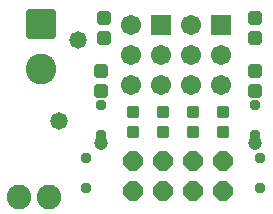
<source format=gts>
G04 Layer_Color=8388736*
%FSLAX44Y44*%
%MOMM*%
G71*
G01*
G75*
G04:AMPARAMS|DCode=30|XSize=0.8032mm|YSize=0.9032mm|CornerRadius=0.1766mm|HoleSize=0mm|Usage=FLASHONLY|Rotation=90.000|XOffset=0mm|YOffset=0mm|HoleType=Round|Shape=RoundedRectangle|*
%AMROUNDEDRECTD30*
21,1,0.8032,0.5500,0,0,90.0*
21,1,0.4500,0.9032,0,0,90.0*
1,1,0.3532,0.2750,0.2250*
1,1,0.3532,0.2750,-0.2250*
1,1,0.3532,-0.2750,-0.2250*
1,1,0.3532,-0.2750,0.2250*
%
%ADD30ROUNDEDRECTD30*%
G04:AMPARAMS|DCode=31|XSize=1.2032mm|YSize=1.1032mm|CornerRadius=0.2141mm|HoleSize=0mm|Usage=FLASHONLY|Rotation=180.000|XOffset=0mm|YOffset=0mm|HoleType=Round|Shape=RoundedRectangle|*
%AMROUNDEDRECTD31*
21,1,1.2032,0.6750,0,0,180.0*
21,1,0.7750,1.1032,0,0,180.0*
1,1,0.4282,-0.3875,0.3375*
1,1,0.4282,0.3875,0.3375*
1,1,0.4282,0.3875,-0.3375*
1,1,0.4282,-0.3875,-0.3375*
%
%ADD31ROUNDEDRECTD31*%
G04:AMPARAMS|DCode=32|XSize=1.0032mm|YSize=1.0032mm|CornerRadius=0.2016mm|HoleSize=0mm|Usage=FLASHONLY|Rotation=270.000|XOffset=0mm|YOffset=0mm|HoleType=Round|Shape=RoundedRectangle|*
%AMROUNDEDRECTD32*
21,1,1.0032,0.6000,0,0,270.0*
21,1,0.6000,1.0032,0,0,270.0*
1,1,0.4032,-0.3000,-0.3000*
1,1,0.4032,-0.3000,0.3000*
1,1,0.4032,0.3000,0.3000*
1,1,0.4032,0.3000,-0.3000*
%
%ADD32ROUNDEDRECTD32*%
%ADD33P,1.7595X8X202.5*%
%ADD34C,1.7032*%
%ADD35R,1.7032X1.7032*%
%ADD36C,2.0828*%
%ADD37C,2.6032*%
G04:AMPARAMS|DCode=38|XSize=2.6032mm|YSize=2.6032mm|CornerRadius=0.4016mm|HoleSize=0mm|Usage=FLASHONLY|Rotation=180.000|XOffset=0mm|YOffset=0mm|HoleType=Round|Shape=RoundedRectangle|*
%AMROUNDEDRECTD38*
21,1,2.6032,1.8000,0,0,180.0*
21,1,1.8000,2.6032,0,0,180.0*
1,1,0.8032,-0.9000,0.9000*
1,1,0.8032,0.9000,0.9000*
1,1,0.8032,0.9000,-0.9000*
1,1,0.8032,-0.9000,-0.9000*
%
%ADD38ROUNDEDRECTD38*%
%ADD39C,1.2032*%
%ADD40C,1.4732*%
D30*
X72050Y22500D02*
D03*
Y47500D02*
D03*
X85000Y67500D02*
D03*
Y92500D02*
D03*
X215000Y92500D02*
D03*
Y67500D02*
D03*
X220000Y47500D02*
D03*
Y22500D02*
D03*
D31*
X87500Y149000D02*
D03*
Y166000D02*
D03*
X85000Y104000D02*
D03*
Y121000D02*
D03*
X215000Y149000D02*
D03*
Y166000D02*
D03*
Y104000D02*
D03*
Y121000D02*
D03*
D32*
X137300Y69800D02*
D03*
Y86800D02*
D03*
X111900Y69800D02*
D03*
Y86800D02*
D03*
X162700Y86800D02*
D03*
Y69800D02*
D03*
X188100Y86800D02*
D03*
Y69800D02*
D03*
D33*
Y45200D02*
D03*
Y19800D02*
D03*
X162700Y45200D02*
D03*
Y19800D02*
D03*
X137300Y45200D02*
D03*
Y19800D02*
D03*
X111900Y45200D02*
D03*
Y19800D02*
D03*
D34*
X110000Y109200D02*
D03*
X135400D02*
D03*
X110000Y134600D02*
D03*
X135400D02*
D03*
X110000Y160000D02*
D03*
X160800Y109200D02*
D03*
X186200D02*
D03*
X160800Y134600D02*
D03*
X186200D02*
D03*
X160800Y160000D02*
D03*
D35*
X135400D02*
D03*
X186200D02*
D03*
D36*
X40800Y15000D02*
D03*
X15400D02*
D03*
D37*
X34550Y123150D02*
D03*
D38*
Y161250D02*
D03*
D39*
X215000Y60000D02*
D03*
X85000D02*
D03*
D40*
X65800Y147496D02*
D03*
X49550Y78750D02*
D03*
M02*

</source>
